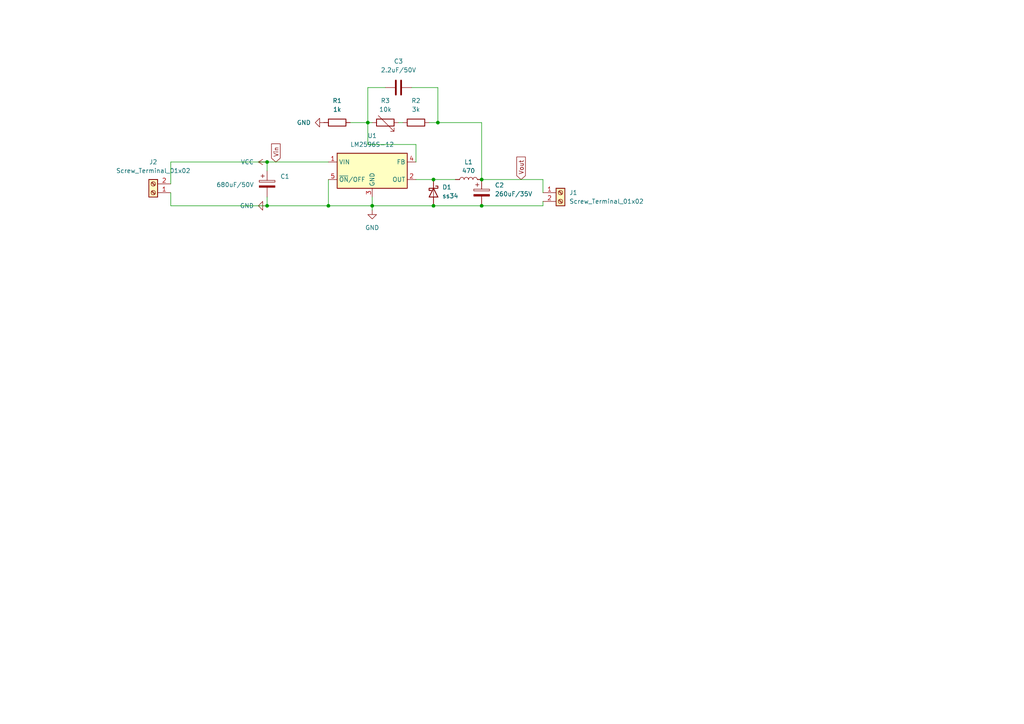
<source format=kicad_sch>
(kicad_sch (version 20231120) (generator "eeschema") (generator_version "8.0")
  (paper "A4")
  (lib_symbols
    (symbol "Connector:Screw_Terminal_01x02" (pin_names (offset 1.016) hide)
      (property "Reference" "J" (at 0 2.54 0))
      (property "Value" "Screw_Terminal_01x02" (at 0 -5.08 0))
      (symbol "Screw_Terminal_01x02_1_1"
        (rectangle (start -1.27 1.27) (end 1.27 -3.81) (stroke (width 0.254)) (fill (type background)))
        (circle (center 0 -2.54) (radius 0.635) (stroke (width 0.1524)))
        (polyline (pts (xy -0.5334 -2.2098) (xy 0.3302 -3.048)) (stroke (width 0.1524)))
        (polyline (pts (xy -0.5334 0.3302) (xy 0.3302 -0.508)) (stroke (width 0.1524)))
        (polyline (pts (xy -0.3556 -2.032) (xy 0.508 -2.8702)) (stroke (width 0.1524)))
        (polyline (pts (xy -0.3556 0.508) (xy 0.508 -0.3302)) (stroke (width 0.1524)))
        (circle (center 0 0) (radius 0.635) (stroke (width 0.1524)))
        (pin passive line (at -5.08 0 0) (length 3.81) (name "Pin_1") (number "1"))
        (pin passive line (at -5.08 -2.54 0) (length 3.81) (name "Pin_2") (number "2"))
      )
    )
    (symbol "Device:C" (pin_numbers hide) (pin_names (offset 0.254))
      (property "Reference" "C" (at 0.635 2.54 0))
      (property "Value" "C" (at 0.635 -2.54 0))
      (symbol "C_0_1"
        (polyline (pts (xy -2.032 -0.762) (xy 2.032 -0.762)) (stroke (width 0.508)))
        (polyline (pts (xy -2.032 0.762) (xy 2.032 0.762)) (stroke (width 0.508)))
      )
      (symbol "C_1_1"
        (pin passive line (at 0 3.81 270) (length 2.794) (name "~") (number "1"))
        (pin passive line (at 0 -3.81 90) (length 2.794) (name "~") (number "2"))
      )
    )
    (symbol "Device:C_Polarized" (pin_numbers hide) (pin_names (offset 0.254))
      (property "Reference" "C" (at 0.635 2.54 0))
      (property "Value" "C_Polarized" (at 0.635 -2.54 0))
      (symbol "C_Polarized_0_1"
        (rectangle (start -2.286 0.508) (end 2.286 1.016))
        (polyline (pts (xy -1.778 2.286) (xy -0.762 2.286)))
        (polyline (pts (xy -1.27 2.794) (xy -1.27 1.778)))
        (rectangle (start 2.286 -0.508) (end -2.286 -1.016) (fill (type outline)))
      )
      (symbol "C_Polarized_1_1"
        (pin passive line (at 0 3.81 270) (length 2.794) (name "~") (number "1"))
        (pin passive line (at 0 -3.81 90) (length 2.794) (name "~") (number "2"))
      )
    )
    (symbol "Device:D_Schottky" (pin_numbers hide) (pin_names (offset 1.016) hide)
      (property "Reference" "D" (at 0 2.54 0))
      (property "Value" "D_Schottky" (at 0 -2.54 0))
      (symbol "D_Schottky_0_1"
        (polyline (pts (xy 1.27 0) (xy -1.27 0)))
        (polyline (pts (xy 1.27 1.27) (xy 1.27 -1.27) (xy -1.27 0) (xy 1.27 1.27)) (stroke (width 0.254)))
        (polyline (pts (xy -1.905 0.635) (xy -1.905 1.27) (xy -1.27 1.27) (xy -1.27 -1.27) (xy -0.635 -1.27) (xy -0.635 -0.635)) (stroke (width 0.254)))
      )
      (symbol "D_Schottky_1_1"
        (pin passive line (at -3.81 0 0) (length 2.54) (name "K") (number "1"))
        (pin passive line (at 3.81 0 180) (length 2.54) (name "A") (number "2"))
      )
    )
    (symbol "Device:L" (pin_numbers hide) (pin_names (offset 1.016) hide)
      (property "Reference" "L" (at -1.27 0 90))
      (property "Value" "L" (at 1.905 0 90))
      (symbol "L_0_1"
        (arc (start 0 -2.54) (mid 0.6323 -1.905) (end 0 -1.27))
        (arc (start 0 -1.27) (mid 0.6323 -0.635) (end 0 0))
        (arc (start 0 0) (mid 0.6323 0.635) (end 0 1.27))
        (arc (start 0 1.27) (mid 0.6323 1.905) (end 0 2.54))
      )
      (symbol "L_1_1"
        (pin passive line (at 0 3.81 270) (length 1.27) (name "1") (number "1"))
        (pin passive line (at 0 -3.81 90) (length 1.27) (name "2") (number "2"))
      )
    )
    (symbol "Device:R" (pin_numbers hide) (pin_names (offset 0))
      (property "Reference" "R" (at 2.032 0 90))
      (property "Value" "R" (at 0 0 90))
      (symbol "R_0_1"
        (rectangle (start -1.016 -2.54) (end 1.016 2.54) (stroke (width 0.254)))
      )
      (symbol "R_1_1"
        (pin passive line (at 0 3.81 270) (length 1.27) (name "~") (number "1"))
        (pin passive line (at 0 -3.81 90) (length 1.27) (name "~") (number "2"))
      )
    )
    (symbol "Device:R_Variable" (pin_numbers hide) (pin_names (offset 0))
      (property "Reference" "R" (at 2.54 -2.54 90))
      (property "Value" "R_Variable" (at -2.54 -1.27 90))
      (symbol "R_Variable_0_1"
        (rectangle (start -1.016 -2.54) (end 1.016 2.54) (stroke (width 0.254)))
        (polyline (pts (xy 2.54 1.524) (xy 2.54 2.54) (xy 1.524 2.54) (xy 2.54 2.54) (xy -2.032 -2.032)))
      )
      (symbol "R_Variable_1_1"
        (pin passive line (at 0 3.81 270) (length 1.27) (name "~") (number "1"))
        (pin passive line (at 0 -3.81 90) (length 1.27) (name "~") (number "2"))
      )
    )
    (symbol "Regulator_Switching:LM2596S-12"
      (property "Reference" "U" (at -10.16 6.35 0))
      (property "Value" "LM2596S-12" (at 0 6.35 0))
      (symbol "LM2596S-12_0_1"
        (rectangle (start -10.16 5.08) (end 10.16 -5.08) (stroke (width 0.254)) (fill (type background)))
      )
      (symbol "LM2596S-12_1_1"
        (pin power_in line (at -12.7 2.54 0) (length 2.54) (name "VIN") (number "1"))
        (pin output line (at 12.7 -2.54 180) (length 2.54) (name "OUT") (number "2"))
        (pin power_in line (at 0 -7.62 90) (length 2.54) (name "GND") (number "3"))
        (pin input line (at 12.7 2.54 180) (length 2.54) (name "FB") (number "4"))
        (pin input line (at -12.7 -2.54 0) (length 2.54) (name "~{ON}/OFF") (number "5"))
      )
    )
    (symbol "power:GND" (power) (pin_numbers hide) (pin_names (offset 0) hide)
      (property "Value" "GND" (at 0 -3.81 0))
      (symbol "GND_0_1"
        (polyline (pts (xy 0 0) (xy 0 -1.27) (xy 1.27 -1.27) (xy 0 -2.54) (xy -1.27 -1.27) (xy 0 -1.27)))
      )
      (symbol "GND_1_1"
        (pin power_in line (at 0 0 270) (length 0) (name "~") (number "1"))
      )
    )
    (symbol "power:VCC" (power) (pin_numbers hide) (pin_names (offset 0) hide)
      (property "Value" "VCC" (at 0 3.556 0))
      (symbol "VCC_0_1"
        (polyline (pts (xy -0.762 1.27) (xy 0 2.54)))
        (polyline (pts (xy 0 0) (xy 0 2.54)))
        (polyline (pts (xy 0 2.54) (xy 0.762 1.27)))
      )
      (symbol "VCC_1_1"
        (pin power_in line (at 0 0 90) (length 0) (name "~") (number "1"))
      )
    )
  )
  (junction (at 107.95 59.69))
  (junction (at 125.73 52.07))
  (junction (at 106.68 35.56))
  (junction (at 139.7 59.69))
  (junction (at 77.47 46.99))
  (junction (at 127 35.56))
  (junction (at 77.47 59.69))
  (junction (at 125.73 59.69))
  (junction (at 139.7 52.07))
  (junction (at 95.25 59.69))
  (wire (pts (xy 127 25.4) (xy 119.38 25.4)))
  (wire (pts (xy 157.48 59.69) (xy 157.48 58.42)))
  (wire (pts (xy 139.7 35.56) (xy 139.7 52.07)))
  (wire (pts (xy 107.95 59.69) (xy 125.73 59.69)))
  (wire (pts (xy 95.25 59.69) (xy 107.95 59.69)))
  (wire (pts (xy 127 35.56) (xy 139.7 35.56)))
  (wire (pts (xy 49.53 46.99) (xy 49.53 53.34)))
  (wire (pts (xy 107.95 59.69) (xy 107.95 57.15)))
  (wire (pts (xy 157.48 55.88) (xy 157.48 52.07)))
  (wire (pts (xy 106.68 41.91) (xy 120.65 41.91)))
  (wire (pts (xy 49.53 59.69) (xy 49.53 55.88)))
  (wire (pts (xy 116.84 35.56) (xy 115.57 35.56)))
  (wire (pts (xy 120.65 52.07) (xy 125.73 52.07)))
  (wire (pts (xy 77.47 46.99) (xy 49.53 46.99)))
  (wire (pts (xy 139.7 52.07) (xy 157.48 52.07)))
  (wire (pts (xy 139.7 59.69) (xy 157.48 59.69)))
  (wire (pts (xy 107.95 59.69) (xy 107.95 60.96)))
  (wire (pts (xy 125.73 59.69) (xy 139.7 59.69)))
  (wire (pts (xy 120.65 41.91) (xy 120.65 46.99)))
  (wire (pts (xy 125.73 52.07) (xy 132.08 52.07)))
  (wire (pts (xy 77.47 59.69) (xy 49.53 59.69)))
  (wire (pts (xy 95.25 52.07) (xy 95.25 59.69)))
  (wire (pts (xy 111.76 25.4) (xy 106.68 25.4)))
  (wire (pts (xy 106.68 35.56) (xy 106.68 41.91)))
  (wire (pts (xy 127 25.4) (xy 127 35.56)))
  (wire (pts (xy 107.95 35.56) (xy 106.68 35.56)))
  (wire (pts (xy 77.47 59.69) (xy 77.47 57.15)))
  (wire (pts (xy 101.6 35.56) (xy 106.68 35.56)))
  (wire (pts (xy 127 35.56) (xy 124.46 35.56)))
  (wire (pts (xy 77.47 46.99) (xy 95.25 46.99)))
  (wire (pts (xy 106.68 25.4) (xy 106.68 35.56)))
  (wire (pts (xy 77.47 46.99) (xy 77.47 49.53)))
  (wire (pts (xy 77.47 59.69) (xy 95.25 59.69)))
  (global_label "Vout" (shape input) (at 151.13 52.07 90) (property "Intersheetrefs" "${INTERSHEET_REFS}" (effects (hide yes))))
  (global_label "Vin" (shape input) (at 80.01 46.99 90) (property "Intersheetrefs" "${INTERSHEET_REFS}" (effects (hide yes))))
  (symbol (lib_id "Device:C") (at 115.57 25.4 90) (unit 1)
    (property "Reference" "C3" (at 115.57 17.78 90))
    (property "Value" "2.2uF/50V" (at 115.57 20.32 90))
    (property "Description" "Unpolarized capacitor" (effects (hide yes)))
  )
  (symbol (lib_id "Connector:Screw_Terminal_01x02") (at 44.45 55.88 180) (unit 1)
    (property "Reference" "J2" (at 44.45 46.99 0))
    (property "Value" "Screw_Terminal_01x02" (at 44.45 49.53 0))
    (property "Footprint" "TerminalBlock_Phoenix:TerminalBlock_Phoenix_MKDS-1,5-2-5.08_1x02_P5.08mm_Horizontal" (effects (hide yes)))
    (property "Description" "Generic screw terminal, single row, 01x02, script generated (kicad-library-utils/schlib/autogen/connector/)" (effects (hide yes)))
  )
  (symbol (lib_id "Connector:Screw_Terminal_01x02") (at 162.56 55.88 0) (unit 1)
    (property "Reference" "J1" (at 165.1 55.8799 0) (effects (justify left)))
    (property "Value" "Screw_Terminal_01x02" (at 165.1 58.4199 0) (effects (justify left)))
    (property "Footprint" "TerminalBlock_Phoenix:TerminalBlock_Phoenix_MKDS-1,5-2-5.08_1x02_P5.08mm_Horizontal" (effects (hide yes)))
    (property "Description" "Generic screw terminal, single row, 01x02, script generated (kicad-library-utils/schlib/autogen/connector/)" (effects (hide yes)))
  )
  (symbol (lib_id "power:GND") (at 93.98 35.56 270) (unit 1)
    (property "Reference" "#PWR05" (effects (hide yes)))
    (property "Value" "GND" (at 90.17 35.5599 90) (effects (justify right)))
    (property "Description" "Power symbol creates a global label with name \"GND\" , ground" (effects (hide yes)))
  )
  (symbol (lib_id "Device:C_Polarized") (at 77.47 53.34 0) (unit 1)
    (property "Reference" "C1" (at 81.28 51.1809 0) (effects (justify left)))
    (property "Value" "680uF/50V" (at 62.738 53.594 0) (effects (justify left)))
    (property "Description" "Polarized capacitor" (effects (hide yes)))
  )
  (symbol (lib_id "Device:D_Schottky") (at 125.73 55.88 270) (unit 1)
    (property "Reference" "D1" (at 128.27 54.2924 90) (effects (justify left)))
    (property "Value" "ss34" (at 128.27 56.8324 90) (effects (justify left)))
    (property "Description" "Schottky diode" (effects (hide yes)))
  )
  (symbol (lib_id "power:GND") (at 107.95 60.96 0) (unit 1)
    (property "Reference" "#PWR04" (effects (hide yes)))
    (property "Value" "GND" (at 107.95 66.04 0))
    (property "Description" "Power symbol creates a global label with name \"GND\" , ground" (effects (hide yes)))
  )
  (symbol (lib_id "Device:R") (at 120.65 35.56 90) (unit 1)
    (property "Reference" "R2" (at 120.65 29.21 90))
    (property "Value" "3k" (at 120.65 31.75 90))
    (property "Description" "Resistor" (effects (hide yes)))
  )
  (symbol (lib_id "Device:R_Variable") (at 111.76 35.56 270) (unit 1)
    (property "Reference" "R3" (at 111.76 29.21 90))
    (property "Value" "10k" (at 111.76 31.75 90))
    (property "Description" "Variable resistor" (effects (hide yes)))
  )
  (symbol (lib_id "Regulator_Switching:LM2596S-12") (at 107.95 49.53 0) (unit 1)
    (property "Reference" "U1" (at 107.95 39.37 0))
    (property "Value" "LM2596S-12" (at 107.95 41.91 0))
    (property "Footprint" "Package_TO_SOT_SMD:TO-263-5_TabPin3" (effects (hide yes)))
    (property "Datasheet" "http://www.ti.com/lit/ds/symlink/lm2596.pdf" (effects (hide yes)))
    (property "Description" "12V 3A Step-Down Voltage Regulator, TO-263" (effects (hide yes)))
  )
  (symbol (lib_id "power:GND") (at 77.47 59.69 270) (unit 1)
    (property "Reference" "#PWR01" (effects (hide yes)))
    (property "Value" "GND" (at 73.66 59.6899 90) (effects (justify right)))
    (property "Description" "Power symbol creates a global label with name \"GND\" , ground" (effects (hide yes)))
  )
  (symbol (lib_id "Device:L") (at 135.89 52.07 90) (unit 1)
    (property "Reference" "L1" (at 135.89 46.99 90))
    (property "Value" "470" (at 135.89 49.53 90))
    (property "Description" "Inductor" (effects (hide yes)))
  )
  (symbol (lib_id "Device:R") (at 97.79 35.56 90) (unit 1)
    (property "Reference" "R1" (at 97.79 29.21 90))
    (property "Value" "1k" (at 97.79 31.75 90))
    (property "Description" "Resistor" (effects (hide yes)))
  )
  (symbol (lib_id "power:VCC") (at 77.47 46.99 90) (unit 1)
    (property "Reference" "#PWR06" (effects (hide yes)))
    (property "Value" "VCC" (at 73.66 46.9899 90) (effects (justify left)))
    (property "Description" "Power symbol creates a global label with name \"VCC\"" (effects (hide yes)))
  )
  (symbol (lib_id "Device:C_Polarized") (at 139.7 55.88 0) (unit 1)
    (property "Reference" "C2" (at 143.51 53.7209 0) (effects (justify left)))
    (property "Value" "260uF/35V" (at 143.51 56.2609 0) (effects (justify left)))
    (property "Description" "Polarized capacitor" (effects (hide yes)))
  )
)
</source>
